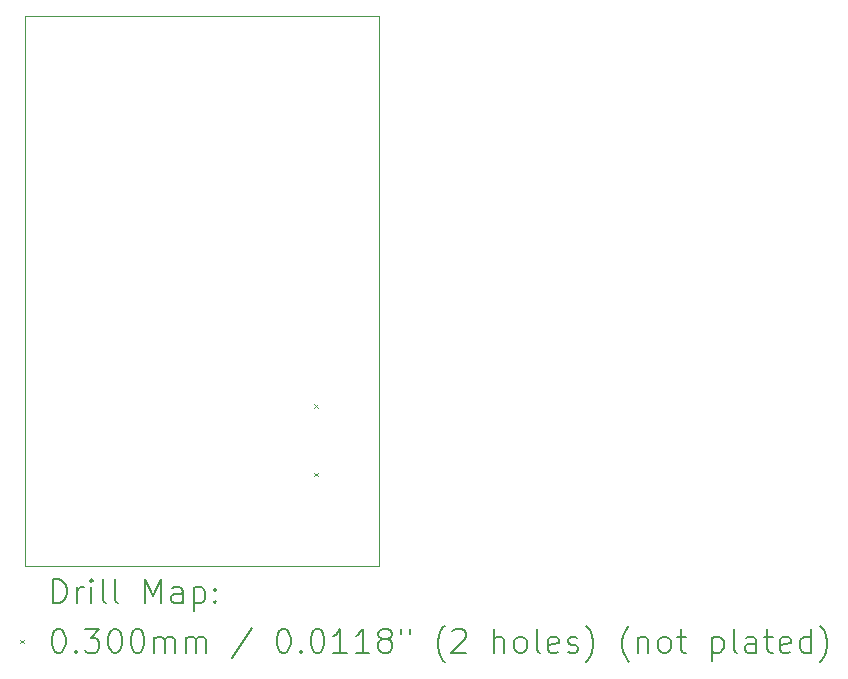
<source format=gbr>
%TF.GenerationSoftware,KiCad,Pcbnew,7.99.0-950-gc4668c1d3a-dirty*%
%TF.CreationDate,2023-06-01T03:31:42+08:00*%
%TF.ProjectId,HeartRateMonitor,48656172-7452-4617-9465-4d6f6e69746f,C*%
%TF.SameCoordinates,Original*%
%TF.FileFunction,Drillmap*%
%TF.FilePolarity,Positive*%
%FSLAX45Y45*%
G04 Gerber Fmt 4.5, Leading zero omitted, Abs format (unit mm)*
G04 Created by KiCad (PCBNEW 7.99.0-950-gc4668c1d3a-dirty) date 2023-06-01 03:31:42*
%MOMM*%
%LPD*%
G01*
G04 APERTURE LIST*
%ADD10C,0.100000*%
%ADD11C,0.200000*%
%ADD12C,0.029972*%
G04 APERTURE END LIST*
D10*
X1924000Y-2399250D02*
X4924000Y-2399250D01*
X4924000Y-7049250D01*
X1924000Y-7049250D01*
X1924000Y-2399250D01*
D11*
D12*
X4377874Y-5684212D02*
X4407846Y-5714184D01*
X4407846Y-5684212D02*
X4377874Y-5714184D01*
X4377874Y-6262316D02*
X4407846Y-6292288D01*
X4407846Y-6262316D02*
X4377874Y-6292288D01*
D11*
X2166619Y-7366774D02*
X2166619Y-7166774D01*
X2166619Y-7166774D02*
X2214238Y-7166774D01*
X2214238Y-7166774D02*
X2242810Y-7176298D01*
X2242810Y-7176298D02*
X2261857Y-7195345D01*
X2261857Y-7195345D02*
X2271381Y-7214393D01*
X2271381Y-7214393D02*
X2280905Y-7252488D01*
X2280905Y-7252488D02*
X2280905Y-7281059D01*
X2280905Y-7281059D02*
X2271381Y-7319155D01*
X2271381Y-7319155D02*
X2261857Y-7338202D01*
X2261857Y-7338202D02*
X2242810Y-7357250D01*
X2242810Y-7357250D02*
X2214238Y-7366774D01*
X2214238Y-7366774D02*
X2166619Y-7366774D01*
X2366619Y-7366774D02*
X2366619Y-7233440D01*
X2366619Y-7271536D02*
X2376143Y-7252488D01*
X2376143Y-7252488D02*
X2385667Y-7242964D01*
X2385667Y-7242964D02*
X2404714Y-7233440D01*
X2404714Y-7233440D02*
X2423762Y-7233440D01*
X2490429Y-7366774D02*
X2490429Y-7233440D01*
X2490429Y-7166774D02*
X2480905Y-7176298D01*
X2480905Y-7176298D02*
X2490429Y-7185821D01*
X2490429Y-7185821D02*
X2499952Y-7176298D01*
X2499952Y-7176298D02*
X2490429Y-7166774D01*
X2490429Y-7166774D02*
X2490429Y-7185821D01*
X2614238Y-7366774D02*
X2595190Y-7357250D01*
X2595190Y-7357250D02*
X2585667Y-7338202D01*
X2585667Y-7338202D02*
X2585667Y-7166774D01*
X2719000Y-7366774D02*
X2699952Y-7357250D01*
X2699952Y-7357250D02*
X2690429Y-7338202D01*
X2690429Y-7338202D02*
X2690429Y-7166774D01*
X2947571Y-7366774D02*
X2947571Y-7166774D01*
X2947571Y-7166774D02*
X3014238Y-7309631D01*
X3014238Y-7309631D02*
X3080905Y-7166774D01*
X3080905Y-7166774D02*
X3080905Y-7366774D01*
X3261857Y-7366774D02*
X3261857Y-7262012D01*
X3261857Y-7262012D02*
X3252333Y-7242964D01*
X3252333Y-7242964D02*
X3233286Y-7233440D01*
X3233286Y-7233440D02*
X3195190Y-7233440D01*
X3195190Y-7233440D02*
X3176143Y-7242964D01*
X3261857Y-7357250D02*
X3242809Y-7366774D01*
X3242809Y-7366774D02*
X3195190Y-7366774D01*
X3195190Y-7366774D02*
X3176143Y-7357250D01*
X3176143Y-7357250D02*
X3166619Y-7338202D01*
X3166619Y-7338202D02*
X3166619Y-7319155D01*
X3166619Y-7319155D02*
X3176143Y-7300107D01*
X3176143Y-7300107D02*
X3195190Y-7290583D01*
X3195190Y-7290583D02*
X3242809Y-7290583D01*
X3242809Y-7290583D02*
X3261857Y-7281059D01*
X3357095Y-7233440D02*
X3357095Y-7433440D01*
X3357095Y-7242964D02*
X3376143Y-7233440D01*
X3376143Y-7233440D02*
X3414238Y-7233440D01*
X3414238Y-7233440D02*
X3433286Y-7242964D01*
X3433286Y-7242964D02*
X3442809Y-7252488D01*
X3442809Y-7252488D02*
X3452333Y-7271536D01*
X3452333Y-7271536D02*
X3452333Y-7328678D01*
X3452333Y-7328678D02*
X3442809Y-7347726D01*
X3442809Y-7347726D02*
X3433286Y-7357250D01*
X3433286Y-7357250D02*
X3414238Y-7366774D01*
X3414238Y-7366774D02*
X3376143Y-7366774D01*
X3376143Y-7366774D02*
X3357095Y-7357250D01*
X3538048Y-7347726D02*
X3547571Y-7357250D01*
X3547571Y-7357250D02*
X3538048Y-7366774D01*
X3538048Y-7366774D02*
X3528524Y-7357250D01*
X3528524Y-7357250D02*
X3538048Y-7347726D01*
X3538048Y-7347726D02*
X3538048Y-7366774D01*
X3538048Y-7242964D02*
X3547571Y-7252488D01*
X3547571Y-7252488D02*
X3538048Y-7262012D01*
X3538048Y-7262012D02*
X3528524Y-7252488D01*
X3528524Y-7252488D02*
X3538048Y-7242964D01*
X3538048Y-7242964D02*
X3538048Y-7262012D01*
D12*
X1889028Y-7679264D02*
X1919000Y-7709236D01*
X1919000Y-7679264D02*
X1889028Y-7709236D01*
D11*
X2204714Y-7586774D02*
X2223762Y-7586774D01*
X2223762Y-7586774D02*
X2242810Y-7596298D01*
X2242810Y-7596298D02*
X2252333Y-7605821D01*
X2252333Y-7605821D02*
X2261857Y-7624869D01*
X2261857Y-7624869D02*
X2271381Y-7662964D01*
X2271381Y-7662964D02*
X2271381Y-7710583D01*
X2271381Y-7710583D02*
X2261857Y-7748678D01*
X2261857Y-7748678D02*
X2252333Y-7767726D01*
X2252333Y-7767726D02*
X2242810Y-7777250D01*
X2242810Y-7777250D02*
X2223762Y-7786774D01*
X2223762Y-7786774D02*
X2204714Y-7786774D01*
X2204714Y-7786774D02*
X2185667Y-7777250D01*
X2185667Y-7777250D02*
X2176143Y-7767726D01*
X2176143Y-7767726D02*
X2166619Y-7748678D01*
X2166619Y-7748678D02*
X2157095Y-7710583D01*
X2157095Y-7710583D02*
X2157095Y-7662964D01*
X2157095Y-7662964D02*
X2166619Y-7624869D01*
X2166619Y-7624869D02*
X2176143Y-7605821D01*
X2176143Y-7605821D02*
X2185667Y-7596298D01*
X2185667Y-7596298D02*
X2204714Y-7586774D01*
X2357095Y-7767726D02*
X2366619Y-7777250D01*
X2366619Y-7777250D02*
X2357095Y-7786774D01*
X2357095Y-7786774D02*
X2347571Y-7777250D01*
X2347571Y-7777250D02*
X2357095Y-7767726D01*
X2357095Y-7767726D02*
X2357095Y-7786774D01*
X2433286Y-7586774D02*
X2557095Y-7586774D01*
X2557095Y-7586774D02*
X2490429Y-7662964D01*
X2490429Y-7662964D02*
X2519000Y-7662964D01*
X2519000Y-7662964D02*
X2538048Y-7672488D01*
X2538048Y-7672488D02*
X2547571Y-7682012D01*
X2547571Y-7682012D02*
X2557095Y-7701059D01*
X2557095Y-7701059D02*
X2557095Y-7748678D01*
X2557095Y-7748678D02*
X2547571Y-7767726D01*
X2547571Y-7767726D02*
X2538048Y-7777250D01*
X2538048Y-7777250D02*
X2519000Y-7786774D01*
X2519000Y-7786774D02*
X2461857Y-7786774D01*
X2461857Y-7786774D02*
X2442810Y-7777250D01*
X2442810Y-7777250D02*
X2433286Y-7767726D01*
X2680905Y-7586774D02*
X2699952Y-7586774D01*
X2699952Y-7586774D02*
X2719000Y-7596298D01*
X2719000Y-7596298D02*
X2728524Y-7605821D01*
X2728524Y-7605821D02*
X2738048Y-7624869D01*
X2738048Y-7624869D02*
X2747571Y-7662964D01*
X2747571Y-7662964D02*
X2747571Y-7710583D01*
X2747571Y-7710583D02*
X2738048Y-7748678D01*
X2738048Y-7748678D02*
X2728524Y-7767726D01*
X2728524Y-7767726D02*
X2719000Y-7777250D01*
X2719000Y-7777250D02*
X2699952Y-7786774D01*
X2699952Y-7786774D02*
X2680905Y-7786774D01*
X2680905Y-7786774D02*
X2661857Y-7777250D01*
X2661857Y-7777250D02*
X2652333Y-7767726D01*
X2652333Y-7767726D02*
X2642810Y-7748678D01*
X2642810Y-7748678D02*
X2633286Y-7710583D01*
X2633286Y-7710583D02*
X2633286Y-7662964D01*
X2633286Y-7662964D02*
X2642810Y-7624869D01*
X2642810Y-7624869D02*
X2652333Y-7605821D01*
X2652333Y-7605821D02*
X2661857Y-7596298D01*
X2661857Y-7596298D02*
X2680905Y-7586774D01*
X2871381Y-7586774D02*
X2890429Y-7586774D01*
X2890429Y-7586774D02*
X2909476Y-7596298D01*
X2909476Y-7596298D02*
X2919000Y-7605821D01*
X2919000Y-7605821D02*
X2928524Y-7624869D01*
X2928524Y-7624869D02*
X2938048Y-7662964D01*
X2938048Y-7662964D02*
X2938048Y-7710583D01*
X2938048Y-7710583D02*
X2928524Y-7748678D01*
X2928524Y-7748678D02*
X2919000Y-7767726D01*
X2919000Y-7767726D02*
X2909476Y-7777250D01*
X2909476Y-7777250D02*
X2890429Y-7786774D01*
X2890429Y-7786774D02*
X2871381Y-7786774D01*
X2871381Y-7786774D02*
X2852333Y-7777250D01*
X2852333Y-7777250D02*
X2842809Y-7767726D01*
X2842809Y-7767726D02*
X2833286Y-7748678D01*
X2833286Y-7748678D02*
X2823762Y-7710583D01*
X2823762Y-7710583D02*
X2823762Y-7662964D01*
X2823762Y-7662964D02*
X2833286Y-7624869D01*
X2833286Y-7624869D02*
X2842809Y-7605821D01*
X2842809Y-7605821D02*
X2852333Y-7596298D01*
X2852333Y-7596298D02*
X2871381Y-7586774D01*
X3023762Y-7786774D02*
X3023762Y-7653440D01*
X3023762Y-7672488D02*
X3033286Y-7662964D01*
X3033286Y-7662964D02*
X3052333Y-7653440D01*
X3052333Y-7653440D02*
X3080905Y-7653440D01*
X3080905Y-7653440D02*
X3099952Y-7662964D01*
X3099952Y-7662964D02*
X3109476Y-7682012D01*
X3109476Y-7682012D02*
X3109476Y-7786774D01*
X3109476Y-7682012D02*
X3119000Y-7662964D01*
X3119000Y-7662964D02*
X3138048Y-7653440D01*
X3138048Y-7653440D02*
X3166619Y-7653440D01*
X3166619Y-7653440D02*
X3185667Y-7662964D01*
X3185667Y-7662964D02*
X3195190Y-7682012D01*
X3195190Y-7682012D02*
X3195190Y-7786774D01*
X3290429Y-7786774D02*
X3290429Y-7653440D01*
X3290429Y-7672488D02*
X3299952Y-7662964D01*
X3299952Y-7662964D02*
X3319000Y-7653440D01*
X3319000Y-7653440D02*
X3347571Y-7653440D01*
X3347571Y-7653440D02*
X3366619Y-7662964D01*
X3366619Y-7662964D02*
X3376143Y-7682012D01*
X3376143Y-7682012D02*
X3376143Y-7786774D01*
X3376143Y-7682012D02*
X3385667Y-7662964D01*
X3385667Y-7662964D02*
X3404714Y-7653440D01*
X3404714Y-7653440D02*
X3433286Y-7653440D01*
X3433286Y-7653440D02*
X3452333Y-7662964D01*
X3452333Y-7662964D02*
X3461857Y-7682012D01*
X3461857Y-7682012D02*
X3461857Y-7786774D01*
X3852333Y-7577250D02*
X3680905Y-7834393D01*
X4109476Y-7586774D02*
X4128524Y-7586774D01*
X4128524Y-7586774D02*
X4147572Y-7596298D01*
X4147572Y-7596298D02*
X4157095Y-7605821D01*
X4157095Y-7605821D02*
X4166619Y-7624869D01*
X4166619Y-7624869D02*
X4176143Y-7662964D01*
X4176143Y-7662964D02*
X4176143Y-7710583D01*
X4176143Y-7710583D02*
X4166619Y-7748678D01*
X4166619Y-7748678D02*
X4157095Y-7767726D01*
X4157095Y-7767726D02*
X4147572Y-7777250D01*
X4147572Y-7777250D02*
X4128524Y-7786774D01*
X4128524Y-7786774D02*
X4109476Y-7786774D01*
X4109476Y-7786774D02*
X4090429Y-7777250D01*
X4090429Y-7777250D02*
X4080905Y-7767726D01*
X4080905Y-7767726D02*
X4071381Y-7748678D01*
X4071381Y-7748678D02*
X4061857Y-7710583D01*
X4061857Y-7710583D02*
X4061857Y-7662964D01*
X4061857Y-7662964D02*
X4071381Y-7624869D01*
X4071381Y-7624869D02*
X4080905Y-7605821D01*
X4080905Y-7605821D02*
X4090429Y-7596298D01*
X4090429Y-7596298D02*
X4109476Y-7586774D01*
X4261857Y-7767726D02*
X4271381Y-7777250D01*
X4271381Y-7777250D02*
X4261857Y-7786774D01*
X4261857Y-7786774D02*
X4252334Y-7777250D01*
X4252334Y-7777250D02*
X4261857Y-7767726D01*
X4261857Y-7767726D02*
X4261857Y-7786774D01*
X4395191Y-7586774D02*
X4414238Y-7586774D01*
X4414238Y-7586774D02*
X4433286Y-7596298D01*
X4433286Y-7596298D02*
X4442810Y-7605821D01*
X4442810Y-7605821D02*
X4452334Y-7624869D01*
X4452334Y-7624869D02*
X4461857Y-7662964D01*
X4461857Y-7662964D02*
X4461857Y-7710583D01*
X4461857Y-7710583D02*
X4452334Y-7748678D01*
X4452334Y-7748678D02*
X4442810Y-7767726D01*
X4442810Y-7767726D02*
X4433286Y-7777250D01*
X4433286Y-7777250D02*
X4414238Y-7786774D01*
X4414238Y-7786774D02*
X4395191Y-7786774D01*
X4395191Y-7786774D02*
X4376143Y-7777250D01*
X4376143Y-7777250D02*
X4366619Y-7767726D01*
X4366619Y-7767726D02*
X4357095Y-7748678D01*
X4357095Y-7748678D02*
X4347572Y-7710583D01*
X4347572Y-7710583D02*
X4347572Y-7662964D01*
X4347572Y-7662964D02*
X4357095Y-7624869D01*
X4357095Y-7624869D02*
X4366619Y-7605821D01*
X4366619Y-7605821D02*
X4376143Y-7596298D01*
X4376143Y-7596298D02*
X4395191Y-7586774D01*
X4652334Y-7786774D02*
X4538048Y-7786774D01*
X4595191Y-7786774D02*
X4595191Y-7586774D01*
X4595191Y-7586774D02*
X4576143Y-7615345D01*
X4576143Y-7615345D02*
X4557095Y-7634393D01*
X4557095Y-7634393D02*
X4538048Y-7643917D01*
X4842810Y-7786774D02*
X4728524Y-7786774D01*
X4785667Y-7786774D02*
X4785667Y-7586774D01*
X4785667Y-7586774D02*
X4766619Y-7615345D01*
X4766619Y-7615345D02*
X4747572Y-7634393D01*
X4747572Y-7634393D02*
X4728524Y-7643917D01*
X4957095Y-7672488D02*
X4938048Y-7662964D01*
X4938048Y-7662964D02*
X4928524Y-7653440D01*
X4928524Y-7653440D02*
X4919000Y-7634393D01*
X4919000Y-7634393D02*
X4919000Y-7624869D01*
X4919000Y-7624869D02*
X4928524Y-7605821D01*
X4928524Y-7605821D02*
X4938048Y-7596298D01*
X4938048Y-7596298D02*
X4957095Y-7586774D01*
X4957095Y-7586774D02*
X4995191Y-7586774D01*
X4995191Y-7586774D02*
X5014238Y-7596298D01*
X5014238Y-7596298D02*
X5023762Y-7605821D01*
X5023762Y-7605821D02*
X5033286Y-7624869D01*
X5033286Y-7624869D02*
X5033286Y-7634393D01*
X5033286Y-7634393D02*
X5023762Y-7653440D01*
X5023762Y-7653440D02*
X5014238Y-7662964D01*
X5014238Y-7662964D02*
X4995191Y-7672488D01*
X4995191Y-7672488D02*
X4957095Y-7672488D01*
X4957095Y-7672488D02*
X4938048Y-7682012D01*
X4938048Y-7682012D02*
X4928524Y-7691536D01*
X4928524Y-7691536D02*
X4919000Y-7710583D01*
X4919000Y-7710583D02*
X4919000Y-7748678D01*
X4919000Y-7748678D02*
X4928524Y-7767726D01*
X4928524Y-7767726D02*
X4938048Y-7777250D01*
X4938048Y-7777250D02*
X4957095Y-7786774D01*
X4957095Y-7786774D02*
X4995191Y-7786774D01*
X4995191Y-7786774D02*
X5014238Y-7777250D01*
X5014238Y-7777250D02*
X5023762Y-7767726D01*
X5023762Y-7767726D02*
X5033286Y-7748678D01*
X5033286Y-7748678D02*
X5033286Y-7710583D01*
X5033286Y-7710583D02*
X5023762Y-7691536D01*
X5023762Y-7691536D02*
X5014238Y-7682012D01*
X5014238Y-7682012D02*
X4995191Y-7672488D01*
X5109476Y-7586774D02*
X5109476Y-7624869D01*
X5185667Y-7586774D02*
X5185667Y-7624869D01*
X5480905Y-7862964D02*
X5471381Y-7853440D01*
X5471381Y-7853440D02*
X5452334Y-7824869D01*
X5452334Y-7824869D02*
X5442810Y-7805821D01*
X5442810Y-7805821D02*
X5433286Y-7777250D01*
X5433286Y-7777250D02*
X5423762Y-7729631D01*
X5423762Y-7729631D02*
X5423762Y-7691536D01*
X5423762Y-7691536D02*
X5433286Y-7643917D01*
X5433286Y-7643917D02*
X5442810Y-7615345D01*
X5442810Y-7615345D02*
X5452334Y-7596298D01*
X5452334Y-7596298D02*
X5471381Y-7567726D01*
X5471381Y-7567726D02*
X5480905Y-7558202D01*
X5547572Y-7605821D02*
X5557096Y-7596298D01*
X5557096Y-7596298D02*
X5576143Y-7586774D01*
X5576143Y-7586774D02*
X5623762Y-7586774D01*
X5623762Y-7586774D02*
X5642810Y-7596298D01*
X5642810Y-7596298D02*
X5652334Y-7605821D01*
X5652334Y-7605821D02*
X5661857Y-7624869D01*
X5661857Y-7624869D02*
X5661857Y-7643917D01*
X5661857Y-7643917D02*
X5652334Y-7672488D01*
X5652334Y-7672488D02*
X5538048Y-7786774D01*
X5538048Y-7786774D02*
X5661857Y-7786774D01*
X5899953Y-7786774D02*
X5899953Y-7586774D01*
X5985667Y-7786774D02*
X5985667Y-7682012D01*
X5985667Y-7682012D02*
X5976143Y-7662964D01*
X5976143Y-7662964D02*
X5957096Y-7653440D01*
X5957096Y-7653440D02*
X5928524Y-7653440D01*
X5928524Y-7653440D02*
X5909476Y-7662964D01*
X5909476Y-7662964D02*
X5899953Y-7672488D01*
X6109476Y-7786774D02*
X6090429Y-7777250D01*
X6090429Y-7777250D02*
X6080905Y-7767726D01*
X6080905Y-7767726D02*
X6071381Y-7748678D01*
X6071381Y-7748678D02*
X6071381Y-7691536D01*
X6071381Y-7691536D02*
X6080905Y-7672488D01*
X6080905Y-7672488D02*
X6090429Y-7662964D01*
X6090429Y-7662964D02*
X6109476Y-7653440D01*
X6109476Y-7653440D02*
X6138048Y-7653440D01*
X6138048Y-7653440D02*
X6157096Y-7662964D01*
X6157096Y-7662964D02*
X6166619Y-7672488D01*
X6166619Y-7672488D02*
X6176143Y-7691536D01*
X6176143Y-7691536D02*
X6176143Y-7748678D01*
X6176143Y-7748678D02*
X6166619Y-7767726D01*
X6166619Y-7767726D02*
X6157096Y-7777250D01*
X6157096Y-7777250D02*
X6138048Y-7786774D01*
X6138048Y-7786774D02*
X6109476Y-7786774D01*
X6290429Y-7786774D02*
X6271381Y-7777250D01*
X6271381Y-7777250D02*
X6261857Y-7758202D01*
X6261857Y-7758202D02*
X6261857Y-7586774D01*
X6442810Y-7777250D02*
X6423762Y-7786774D01*
X6423762Y-7786774D02*
X6385667Y-7786774D01*
X6385667Y-7786774D02*
X6366619Y-7777250D01*
X6366619Y-7777250D02*
X6357096Y-7758202D01*
X6357096Y-7758202D02*
X6357096Y-7682012D01*
X6357096Y-7682012D02*
X6366619Y-7662964D01*
X6366619Y-7662964D02*
X6385667Y-7653440D01*
X6385667Y-7653440D02*
X6423762Y-7653440D01*
X6423762Y-7653440D02*
X6442810Y-7662964D01*
X6442810Y-7662964D02*
X6452334Y-7682012D01*
X6452334Y-7682012D02*
X6452334Y-7701059D01*
X6452334Y-7701059D02*
X6357096Y-7720107D01*
X6528524Y-7777250D02*
X6547572Y-7786774D01*
X6547572Y-7786774D02*
X6585667Y-7786774D01*
X6585667Y-7786774D02*
X6604715Y-7777250D01*
X6604715Y-7777250D02*
X6614238Y-7758202D01*
X6614238Y-7758202D02*
X6614238Y-7748678D01*
X6614238Y-7748678D02*
X6604715Y-7729631D01*
X6604715Y-7729631D02*
X6585667Y-7720107D01*
X6585667Y-7720107D02*
X6557096Y-7720107D01*
X6557096Y-7720107D02*
X6538048Y-7710583D01*
X6538048Y-7710583D02*
X6528524Y-7691536D01*
X6528524Y-7691536D02*
X6528524Y-7682012D01*
X6528524Y-7682012D02*
X6538048Y-7662964D01*
X6538048Y-7662964D02*
X6557096Y-7653440D01*
X6557096Y-7653440D02*
X6585667Y-7653440D01*
X6585667Y-7653440D02*
X6604715Y-7662964D01*
X6680905Y-7862964D02*
X6690429Y-7853440D01*
X6690429Y-7853440D02*
X6709477Y-7824869D01*
X6709477Y-7824869D02*
X6719000Y-7805821D01*
X6719000Y-7805821D02*
X6728524Y-7777250D01*
X6728524Y-7777250D02*
X6738048Y-7729631D01*
X6738048Y-7729631D02*
X6738048Y-7691536D01*
X6738048Y-7691536D02*
X6728524Y-7643917D01*
X6728524Y-7643917D02*
X6719000Y-7615345D01*
X6719000Y-7615345D02*
X6709477Y-7596298D01*
X6709477Y-7596298D02*
X6690429Y-7567726D01*
X6690429Y-7567726D02*
X6680905Y-7558202D01*
X7042810Y-7862964D02*
X7033286Y-7853440D01*
X7033286Y-7853440D02*
X7014238Y-7824869D01*
X7014238Y-7824869D02*
X7004715Y-7805821D01*
X7004715Y-7805821D02*
X6995191Y-7777250D01*
X6995191Y-7777250D02*
X6985667Y-7729631D01*
X6985667Y-7729631D02*
X6985667Y-7691536D01*
X6985667Y-7691536D02*
X6995191Y-7643917D01*
X6995191Y-7643917D02*
X7004715Y-7615345D01*
X7004715Y-7615345D02*
X7014238Y-7596298D01*
X7014238Y-7596298D02*
X7033286Y-7567726D01*
X7033286Y-7567726D02*
X7042810Y-7558202D01*
X7119000Y-7653440D02*
X7119000Y-7786774D01*
X7119000Y-7672488D02*
X7128524Y-7662964D01*
X7128524Y-7662964D02*
X7147572Y-7653440D01*
X7147572Y-7653440D02*
X7176143Y-7653440D01*
X7176143Y-7653440D02*
X7195191Y-7662964D01*
X7195191Y-7662964D02*
X7204715Y-7682012D01*
X7204715Y-7682012D02*
X7204715Y-7786774D01*
X7328524Y-7786774D02*
X7309477Y-7777250D01*
X7309477Y-7777250D02*
X7299953Y-7767726D01*
X7299953Y-7767726D02*
X7290429Y-7748678D01*
X7290429Y-7748678D02*
X7290429Y-7691536D01*
X7290429Y-7691536D02*
X7299953Y-7672488D01*
X7299953Y-7672488D02*
X7309477Y-7662964D01*
X7309477Y-7662964D02*
X7328524Y-7653440D01*
X7328524Y-7653440D02*
X7357096Y-7653440D01*
X7357096Y-7653440D02*
X7376143Y-7662964D01*
X7376143Y-7662964D02*
X7385667Y-7672488D01*
X7385667Y-7672488D02*
X7395191Y-7691536D01*
X7395191Y-7691536D02*
X7395191Y-7748678D01*
X7395191Y-7748678D02*
X7385667Y-7767726D01*
X7385667Y-7767726D02*
X7376143Y-7777250D01*
X7376143Y-7777250D02*
X7357096Y-7786774D01*
X7357096Y-7786774D02*
X7328524Y-7786774D01*
X7452334Y-7653440D02*
X7528524Y-7653440D01*
X7480905Y-7586774D02*
X7480905Y-7758202D01*
X7480905Y-7758202D02*
X7490429Y-7777250D01*
X7490429Y-7777250D02*
X7509477Y-7786774D01*
X7509477Y-7786774D02*
X7528524Y-7786774D01*
X7747572Y-7653440D02*
X7747572Y-7853440D01*
X7747572Y-7662964D02*
X7766619Y-7653440D01*
X7766619Y-7653440D02*
X7804715Y-7653440D01*
X7804715Y-7653440D02*
X7823762Y-7662964D01*
X7823762Y-7662964D02*
X7833286Y-7672488D01*
X7833286Y-7672488D02*
X7842810Y-7691536D01*
X7842810Y-7691536D02*
X7842810Y-7748678D01*
X7842810Y-7748678D02*
X7833286Y-7767726D01*
X7833286Y-7767726D02*
X7823762Y-7777250D01*
X7823762Y-7777250D02*
X7804715Y-7786774D01*
X7804715Y-7786774D02*
X7766619Y-7786774D01*
X7766619Y-7786774D02*
X7747572Y-7777250D01*
X7957096Y-7786774D02*
X7938048Y-7777250D01*
X7938048Y-7777250D02*
X7928524Y-7758202D01*
X7928524Y-7758202D02*
X7928524Y-7586774D01*
X8119000Y-7786774D02*
X8119000Y-7682012D01*
X8119000Y-7682012D02*
X8109477Y-7662964D01*
X8109477Y-7662964D02*
X8090429Y-7653440D01*
X8090429Y-7653440D02*
X8052334Y-7653440D01*
X8052334Y-7653440D02*
X8033286Y-7662964D01*
X8119000Y-7777250D02*
X8099953Y-7786774D01*
X8099953Y-7786774D02*
X8052334Y-7786774D01*
X8052334Y-7786774D02*
X8033286Y-7777250D01*
X8033286Y-7777250D02*
X8023762Y-7758202D01*
X8023762Y-7758202D02*
X8023762Y-7739155D01*
X8023762Y-7739155D02*
X8033286Y-7720107D01*
X8033286Y-7720107D02*
X8052334Y-7710583D01*
X8052334Y-7710583D02*
X8099953Y-7710583D01*
X8099953Y-7710583D02*
X8119000Y-7701059D01*
X8185667Y-7653440D02*
X8261858Y-7653440D01*
X8214239Y-7586774D02*
X8214239Y-7758202D01*
X8214239Y-7758202D02*
X8223762Y-7777250D01*
X8223762Y-7777250D02*
X8242810Y-7786774D01*
X8242810Y-7786774D02*
X8261858Y-7786774D01*
X8404715Y-7777250D02*
X8385667Y-7786774D01*
X8385667Y-7786774D02*
X8347572Y-7786774D01*
X8347572Y-7786774D02*
X8328524Y-7777250D01*
X8328524Y-7777250D02*
X8319000Y-7758202D01*
X8319000Y-7758202D02*
X8319000Y-7682012D01*
X8319000Y-7682012D02*
X8328524Y-7662964D01*
X8328524Y-7662964D02*
X8347572Y-7653440D01*
X8347572Y-7653440D02*
X8385667Y-7653440D01*
X8385667Y-7653440D02*
X8404715Y-7662964D01*
X8404715Y-7662964D02*
X8414239Y-7682012D01*
X8414239Y-7682012D02*
X8414239Y-7701059D01*
X8414239Y-7701059D02*
X8319000Y-7720107D01*
X8585667Y-7786774D02*
X8585667Y-7586774D01*
X8585667Y-7777250D02*
X8566620Y-7786774D01*
X8566620Y-7786774D02*
X8528524Y-7786774D01*
X8528524Y-7786774D02*
X8509477Y-7777250D01*
X8509477Y-7777250D02*
X8499953Y-7767726D01*
X8499953Y-7767726D02*
X8490429Y-7748678D01*
X8490429Y-7748678D02*
X8490429Y-7691536D01*
X8490429Y-7691536D02*
X8499953Y-7672488D01*
X8499953Y-7672488D02*
X8509477Y-7662964D01*
X8509477Y-7662964D02*
X8528524Y-7653440D01*
X8528524Y-7653440D02*
X8566620Y-7653440D01*
X8566620Y-7653440D02*
X8585667Y-7662964D01*
X8661858Y-7862964D02*
X8671382Y-7853440D01*
X8671382Y-7853440D02*
X8690429Y-7824869D01*
X8690429Y-7824869D02*
X8699953Y-7805821D01*
X8699953Y-7805821D02*
X8709477Y-7777250D01*
X8709477Y-7777250D02*
X8719001Y-7729631D01*
X8719001Y-7729631D02*
X8719001Y-7691536D01*
X8719001Y-7691536D02*
X8709477Y-7643917D01*
X8709477Y-7643917D02*
X8699953Y-7615345D01*
X8699953Y-7615345D02*
X8690429Y-7596298D01*
X8690429Y-7596298D02*
X8671382Y-7567726D01*
X8671382Y-7567726D02*
X8661858Y-7558202D01*
M02*

</source>
